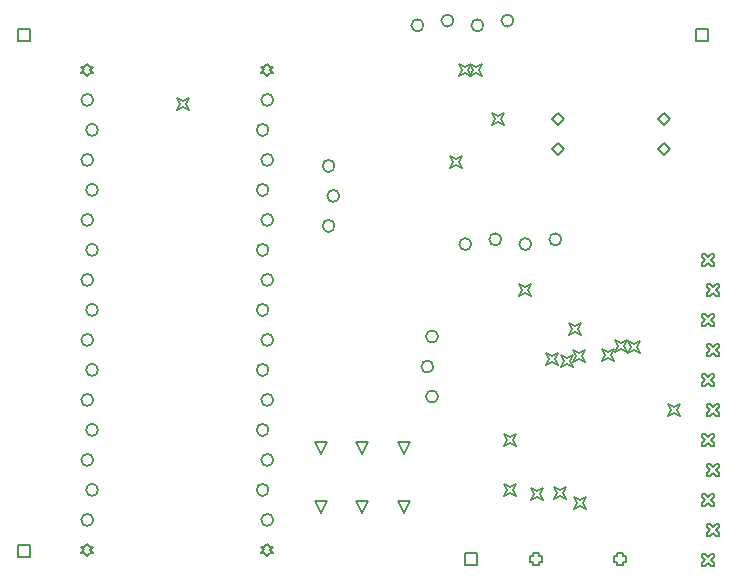
<source format=gbr>
%TF.GenerationSoftware,Altium Limited,Altium Designer,24.0.1 (36)*%
G04 Layer_Color=2752767*
%FSLAX45Y45*%
%MOMM*%
%TF.SameCoordinates,87475131-42DB-44E4-9C0F-69BDD36FC7AA*%
%TF.FilePolarity,Positive*%
%TF.FileFunction,Drawing*%
%TF.Part,Single*%
G01*
G75*
%TA.AperFunction,NonConductor*%
%ADD41C,0.12700*%
%ADD75C,0.16933*%
D41*
X3975100Y177800D02*
Y279400D01*
X4076700D01*
Y177800D01*
X3975100D01*
X4544700Y201100D02*
Y175700D01*
X4595500D01*
Y201100D01*
X4620900D01*
Y251900D01*
X4595500D01*
Y277300D01*
X4544700D01*
Y251900D01*
X4519300D01*
Y201100D01*
X4544700D01*
X5259700D02*
Y175700D01*
X5310500D01*
Y201100D01*
X5335900D01*
Y251900D01*
X5310500D01*
Y277300D01*
X5259700D01*
Y251900D01*
X5234300D01*
Y201100D01*
X5259700D01*
X6019800Y419100D02*
X6045200D01*
X6070600Y444500D01*
X6096000Y419100D01*
X6121400D01*
Y444500D01*
X6096000Y469900D01*
X6121400Y495300D01*
Y520700D01*
X6096000D01*
X6070600Y495300D01*
X6045200Y520700D01*
X6019800D01*
Y495300D01*
X6045200Y469900D01*
X6019800Y444500D01*
Y419100D01*
Y927100D02*
X6045200D01*
X6070600Y952500D01*
X6096000Y927100D01*
X6121400D01*
Y952500D01*
X6096000Y977900D01*
X6121400Y1003300D01*
Y1028700D01*
X6096000D01*
X6070600Y1003300D01*
X6045200Y1028700D01*
X6019800D01*
Y1003300D01*
X6045200Y977900D01*
X6019800Y952500D01*
Y927100D01*
Y1435100D02*
X6045200D01*
X6070600Y1460500D01*
X6096000Y1435100D01*
X6121400D01*
Y1460500D01*
X6096000Y1485900D01*
X6121400Y1511300D01*
Y1536700D01*
X6096000D01*
X6070600Y1511300D01*
X6045200Y1536700D01*
X6019800D01*
Y1511300D01*
X6045200Y1485900D01*
X6019800Y1460500D01*
Y1435100D01*
X5979800Y2197100D02*
X6005200D01*
X6030600Y2222500D01*
X6056000Y2197100D01*
X6081400D01*
Y2222500D01*
X6056000Y2247900D01*
X6081400Y2273300D01*
Y2298700D01*
X6056000D01*
X6030600Y2273300D01*
X6005200Y2298700D01*
X5979800D01*
Y2273300D01*
X6005200Y2247900D01*
X5979800Y2222500D01*
Y2197100D01*
Y2705100D02*
X6005200D01*
X6030600Y2730500D01*
X6056000Y2705100D01*
X6081400D01*
Y2730500D01*
X6056000Y2755900D01*
X6081400Y2781300D01*
Y2806700D01*
X6056000D01*
X6030600Y2781300D01*
X6005200Y2806700D01*
X5979800D01*
Y2781300D01*
X6005200Y2755900D01*
X5979800Y2730500D01*
Y2705100D01*
Y165100D02*
X6005200D01*
X6030600Y190500D01*
X6056000Y165100D01*
X6081400D01*
Y190500D01*
X6056000Y215900D01*
X6081400Y241300D01*
Y266700D01*
X6056000D01*
X6030600Y241300D01*
X6005200Y266700D01*
X5979800D01*
Y241300D01*
X6005200Y215900D01*
X5979800Y190500D01*
Y165100D01*
Y673100D02*
X6005200D01*
X6030600Y698500D01*
X6056000Y673100D01*
X6081400D01*
Y698500D01*
X6056000Y723900D01*
X6081400Y749300D01*
Y774700D01*
X6056000D01*
X6030600Y749300D01*
X6005200Y774700D01*
X5979800D01*
Y749300D01*
X6005200Y723900D01*
X5979800Y698500D01*
Y673100D01*
Y1181100D02*
X6005200D01*
X6030600Y1206500D01*
X6056000Y1181100D01*
X6081400D01*
Y1206500D01*
X6056000Y1231900D01*
X6081400Y1257300D01*
Y1282700D01*
X6056000D01*
X6030600Y1257300D01*
X6005200Y1282700D01*
X5979800D01*
Y1257300D01*
X6005200Y1231900D01*
X5979800Y1206500D01*
Y1181100D01*
Y1689100D02*
X6005200D01*
X6030600Y1714500D01*
X6056000Y1689100D01*
X6081400D01*
Y1714500D01*
X6056000Y1739900D01*
X6081400Y1765300D01*
Y1790700D01*
X6056000D01*
X6030600Y1765300D01*
X6005200Y1790700D01*
X5979800D01*
Y1765300D01*
X6005200Y1739900D01*
X5979800Y1714500D01*
Y1689100D01*
X6019800Y1943100D02*
X6045200D01*
X6070600Y1968500D01*
X6096000Y1943100D01*
X6121400D01*
Y1968500D01*
X6096000Y1993900D01*
X6121400Y2019300D01*
Y2044700D01*
X6096000D01*
X6070600Y2019300D01*
X6045200Y2044700D01*
X6019800D01*
Y2019300D01*
X6045200Y1993900D01*
X6019800Y1968500D01*
Y1943100D01*
Y2451100D02*
X6045200D01*
X6070600Y2476500D01*
X6096000Y2451100D01*
X6121400D01*
Y2476500D01*
X6096000Y2501900D01*
X6121400Y2527300D01*
Y2552700D01*
X6096000D01*
X6070600Y2527300D01*
X6045200Y2552700D01*
X6019800D01*
Y2527300D01*
X6045200Y2501900D01*
X6019800Y2476500D01*
Y2451100D01*
X4711700Y3695700D02*
X4762500Y3746500D01*
X4813300Y3695700D01*
X4762500Y3644900D01*
X4711700Y3695700D01*
Y3949700D02*
X4762500Y4000500D01*
X4813300Y3949700D01*
X4762500Y3898900D01*
X4711700Y3949700D01*
X5607553Y3695699D02*
X5658353Y3746499D01*
X5709153Y3695699D01*
X5658353Y3644899D01*
X5607553Y3695699D01*
Y3949699D02*
X5658353Y4000499D01*
X5709153Y3949699D01*
X5658353Y3898899D01*
X5607553Y3949699D01*
X190500Y241300D02*
Y342900D01*
X292100D01*
Y241300D01*
X190500D01*
X2754400Y1117600D02*
X2703600Y1219200D01*
X2805200D01*
X2754400Y1117600D01*
Y617600D02*
X2703600Y719200D01*
X2805200D01*
X2754400Y617600D01*
X3104400Y1117600D02*
X3053600Y1219200D01*
X3155200D01*
X3104400Y1117600D01*
Y617600D02*
X3053600Y719200D01*
X3155200D01*
X3104400Y617600D01*
X3454400Y1117600D02*
X3403600Y1219200D01*
X3505200D01*
X3454400Y1117600D01*
Y617600D02*
X3403600Y719200D01*
X3505200D01*
X3454400Y617600D01*
X2298700Y4318000D02*
X2324100Y4343400D01*
X2349500D01*
X2324100Y4368800D01*
X2349500Y4394200D01*
X2324100D01*
X2298700Y4419600D01*
X2273300Y4394200D01*
X2247900D01*
X2273300Y4368800D01*
X2247900Y4343400D01*
X2273300D01*
X2298700Y4318000D01*
X774700D02*
X800100Y4343400D01*
X825500D01*
X800100Y4368800D01*
X825500Y4394200D01*
X800100D01*
X774700Y4419600D01*
X749300Y4394200D01*
X723900D01*
X749300Y4368800D01*
X723900Y4343400D01*
X749300D01*
X774700Y4318000D01*
X2298700Y254000D02*
X2324100Y279400D01*
X2349500D01*
X2324100Y304800D01*
X2349500Y330200D01*
X2324100D01*
X2298700Y355600D01*
X2273300Y330200D01*
X2247900D01*
X2273300Y304800D01*
X2247900Y279400D01*
X2273300D01*
X2298700Y254000D01*
X774700D02*
X800100Y279400D01*
X825500D01*
X800100Y304800D01*
X825500Y330200D01*
X800100D01*
X774700Y355600D01*
X749300Y330200D01*
X723900D01*
X749300Y304800D01*
X723900Y279400D01*
X749300D01*
X774700Y254000D01*
X190500Y4610100D02*
Y4711700D01*
X292100D01*
Y4610100D01*
X190500D01*
X5930900D02*
Y4711700D01*
X6032500D01*
Y4610100D01*
X5930900D01*
X5348885Y1970685D02*
X5374285Y2021485D01*
X5348885Y2072285D01*
X5399685Y2046885D01*
X5450485Y2072285D01*
X5425085Y2021485D01*
X5450485Y1970685D01*
X5399685Y1996085D01*
X5348885Y1970685D01*
X5243156Y1980130D02*
X5268556Y2030930D01*
X5243156Y2081730D01*
X5293956Y2056330D01*
X5344756Y2081730D01*
X5319356Y2030930D01*
X5344756Y1980130D01*
X5293956Y2005530D01*
X5243156Y1980130D01*
X3924168Y4317868D02*
X3949568Y4368668D01*
X3924168Y4419468D01*
X3974968Y4394068D01*
X4025768Y4419468D01*
X4000368Y4368668D01*
X4025768Y4317868D01*
X3974968Y4343268D01*
X3924168Y4317868D01*
X4013200Y4318000D02*
X4038600Y4368800D01*
X4013200Y4419600D01*
X4064000Y4394200D01*
X4114800Y4419600D01*
X4089400Y4368800D01*
X4114800Y4318000D01*
X4064000Y4343400D01*
X4013200Y4318000D01*
X4203700Y3898900D02*
X4229100Y3949700D01*
X4203700Y4000500D01*
X4254500Y3975100D01*
X4305300Y4000500D01*
X4279900Y3949700D01*
X4305300Y3898900D01*
X4254500Y3924300D01*
X4203700Y3898900D01*
X3842727Y3537927D02*
X3868127Y3588727D01*
X3842727Y3639527D01*
X3893527Y3614127D01*
X3944327Y3639527D01*
X3918927Y3588727D01*
X3944327Y3537927D01*
X3893527Y3563327D01*
X3842727Y3537927D01*
X5129726Y1903926D02*
X5155126Y1954726D01*
X5129726Y2005526D01*
X5180526Y1980126D01*
X5231326Y2005526D01*
X5205926Y1954726D01*
X5231326Y1903926D01*
X5180526Y1929326D01*
X5129726Y1903926D01*
X4787900Y1854200D02*
X4813300Y1905000D01*
X4787900Y1955800D01*
X4838700Y1930400D01*
X4889500Y1955800D01*
X4864100Y1905000D01*
X4889500Y1854200D01*
X4838700Y1879600D01*
X4787900Y1854200D01*
X4889500Y1892300D02*
X4914900Y1943100D01*
X4889500Y1993900D01*
X4940300Y1968500D01*
X4991100Y1993900D01*
X4965700Y1943100D01*
X4991100Y1892300D01*
X4940300Y1917700D01*
X4889500Y1892300D01*
X4851400Y2120900D02*
X4876800Y2171700D01*
X4851400Y2222500D01*
X4902200Y2197100D01*
X4953000Y2222500D01*
X4927600Y2171700D01*
X4953000Y2120900D01*
X4902200Y2146300D01*
X4851400Y2120900D01*
X4660900Y1866900D02*
X4686300Y1917700D01*
X4660900Y1968500D01*
X4711700Y1943100D01*
X4762500Y1968500D01*
X4737100Y1917700D01*
X4762500Y1866900D01*
X4711700Y1892300D01*
X4660900Y1866900D01*
X4432300Y2451100D02*
X4457700Y2501900D01*
X4432300Y2552700D01*
X4483100Y2527300D01*
X4533900Y2552700D01*
X4508500Y2501900D01*
X4533900Y2451100D01*
X4483100Y2476500D01*
X4432300Y2451100D01*
X5689600Y1435100D02*
X5715000Y1485900D01*
X5689600Y1536700D01*
X5740400Y1511300D01*
X5791200Y1536700D01*
X5765800Y1485900D01*
X5791200Y1435100D01*
X5740400Y1460500D01*
X5689600Y1435100D01*
X4305300Y1181100D02*
X4330700Y1231900D01*
X4305300Y1282700D01*
X4356100Y1257300D01*
X4406900Y1282700D01*
X4381500Y1231900D01*
X4406900Y1181100D01*
X4356100Y1206500D01*
X4305300Y1181100D01*
Y762000D02*
X4330700Y812800D01*
X4305300Y863600D01*
X4356100Y838200D01*
X4406900Y863600D01*
X4381500Y812800D01*
X4406900Y762000D01*
X4356100Y787400D01*
X4305300Y762000D01*
X4533900Y723900D02*
X4559300Y774700D01*
X4533900Y825500D01*
X4584700Y800100D01*
X4635500Y825500D01*
X4610100Y774700D01*
X4635500Y723900D01*
X4584700Y749300D01*
X4533900Y723900D01*
X4895700Y654200D02*
X4921100Y705000D01*
X4895700Y755800D01*
X4946500Y730400D01*
X4997300Y755800D01*
X4971900Y705000D01*
X4997300Y654200D01*
X4946500Y679600D01*
X4895700Y654200D01*
X4724400Y736600D02*
X4749800Y787400D01*
X4724400Y838200D01*
X4775200Y812800D01*
X4826000Y838200D01*
X4800600Y787400D01*
X4826000Y736600D01*
X4775200Y762000D01*
X4724400Y736600D01*
X1536700Y4025900D02*
X1562100Y4076700D01*
X1536700Y4127500D01*
X1587500Y4102100D01*
X1638300Y4127500D01*
X1612900Y4076700D01*
X1638300Y4025900D01*
X1587500Y4051300D01*
X1536700Y4025900D01*
D75*
X3744300Y1603200D02*
G03*
X3744300Y1603200I-50800J0D01*
G01*
X3704300Y1857200D02*
G03*
X3704300Y1857200I-50800J0D01*
G01*
X3744300Y2111200D02*
G03*
X3744300Y2111200I-50800J0D01*
G01*
X3620300Y4746200D02*
G03*
X3620300Y4746200I-50800J0D01*
G01*
X4382300Y4786200D02*
G03*
X4382300Y4786200I-50800J0D01*
G01*
X4128300Y4746200D02*
G03*
X4128300Y4746200I-50800J0D01*
G01*
X3874300Y4786200D02*
G03*
X3874300Y4786200I-50800J0D01*
G01*
X4025900Y2893700D02*
G03*
X4025900Y2893700I-50800J0D01*
G01*
X4787900Y2933700D02*
G03*
X4787900Y2933700I-50800J0D01*
G01*
X4533900Y2893700D02*
G03*
X4533900Y2893700I-50800J0D01*
G01*
X4279900Y2933700D02*
G03*
X4279900Y2933700I-50800J0D01*
G01*
X2868300Y3048000D02*
G03*
X2868300Y3048000I-50800J0D01*
G01*
X2908300Y3302000D02*
G03*
X2908300Y3302000I-50800J0D01*
G01*
X2868300Y3556000D02*
G03*
X2868300Y3556000I-50800J0D01*
G01*
X2349500Y4114800D02*
G03*
X2349500Y4114800I-50800J0D01*
G01*
X2309500Y3860800D02*
G03*
X2309500Y3860800I-50800J0D01*
G01*
X2349500Y3606800D02*
G03*
X2349500Y3606800I-50800J0D01*
G01*
X2309500Y3352800D02*
G03*
X2309500Y3352800I-50800J0D01*
G01*
X2349500Y3098800D02*
G03*
X2349500Y3098800I-50800J0D01*
G01*
X2309500Y2844800D02*
G03*
X2309500Y2844800I-50800J0D01*
G01*
X2349500Y2590800D02*
G03*
X2349500Y2590800I-50800J0D01*
G01*
X2309500Y2336800D02*
G03*
X2309500Y2336800I-50800J0D01*
G01*
X2349500Y2082800D02*
G03*
X2349500Y2082800I-50800J0D01*
G01*
X2309500Y1828800D02*
G03*
X2309500Y1828800I-50800J0D01*
G01*
X2349500Y1574800D02*
G03*
X2349500Y1574800I-50800J0D01*
G01*
X2309500Y1320800D02*
G03*
X2309500Y1320800I-50800J0D01*
G01*
X2349500Y1066800D02*
G03*
X2349500Y1066800I-50800J0D01*
G01*
X2309500Y812800D02*
G03*
X2309500Y812800I-50800J0D01*
G01*
X2349500Y558800D02*
G03*
X2349500Y558800I-50800J0D01*
G01*
X825500D02*
G03*
X825500Y558800I-50800J0D01*
G01*
X865500Y812800D02*
G03*
X865500Y812800I-50800J0D01*
G01*
X825500Y1066800D02*
G03*
X825500Y1066800I-50800J0D01*
G01*
X865500Y1320800D02*
G03*
X865500Y1320800I-50800J0D01*
G01*
X825500Y1574800D02*
G03*
X825500Y1574800I-50800J0D01*
G01*
X865500Y1828800D02*
G03*
X865500Y1828800I-50800J0D01*
G01*
X825500Y2082800D02*
G03*
X825500Y2082800I-50800J0D01*
G01*
X865500Y2336800D02*
G03*
X865500Y2336800I-50800J0D01*
G01*
X825500Y2590800D02*
G03*
X825500Y2590800I-50800J0D01*
G01*
X865500Y2844800D02*
G03*
X865500Y2844800I-50800J0D01*
G01*
X825500Y3098800D02*
G03*
X825500Y3098800I-50800J0D01*
G01*
X865500Y3352800D02*
G03*
X865500Y3352800I-50800J0D01*
G01*
X825500Y3606800D02*
G03*
X825500Y3606800I-50800J0D01*
G01*
X865500Y3860800D02*
G03*
X865500Y3860800I-50800J0D01*
G01*
X825500Y4114800D02*
G03*
X825500Y4114800I-50800J0D01*
G01*
%TF.MD5,41a9ae8a6b72e94d6efbd4051912fecb*%
M02*

</source>
